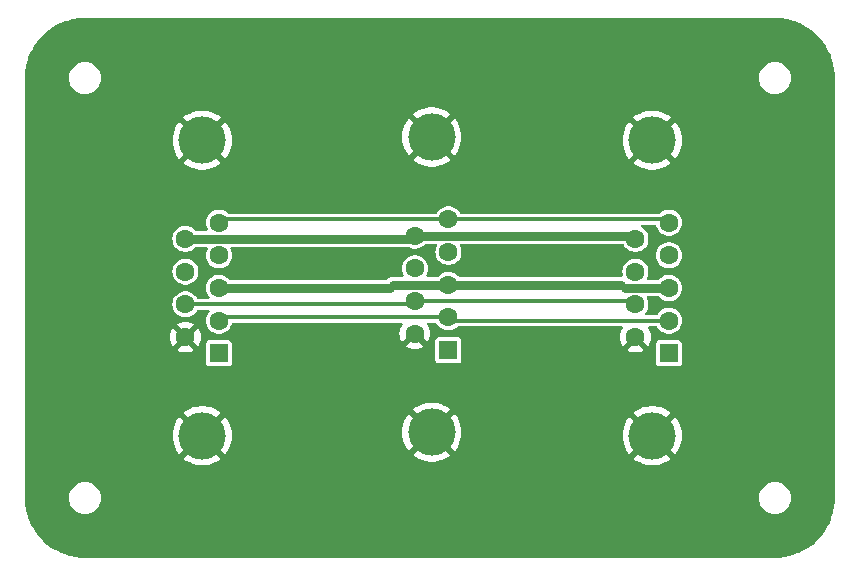
<source format=gtl>
G04 #@! TF.GenerationSoftware,KiCad,Pcbnew,7.0.10*
G04 #@! TF.CreationDate,2024-01-28T20:04:37-07:00*
G04 #@! TF.ProjectId,CANBUS Breakout Board,43414e42-5553-4204-9272-65616b6f7574,rev?*
G04 #@! TF.SameCoordinates,Original*
G04 #@! TF.FileFunction,Copper,L1,Top*
G04 #@! TF.FilePolarity,Positive*
%FSLAX46Y46*%
G04 Gerber Fmt 4.6, Leading zero omitted, Abs format (unit mm)*
G04 Created by KiCad (PCBNEW 7.0.10) date 2024-01-28 20:04:37*
%MOMM*%
%LPD*%
G01*
G04 APERTURE LIST*
G04 #@! TA.AperFunction,ComponentPad*
%ADD10C,4.000000*%
G04 #@! TD*
G04 #@! TA.AperFunction,ComponentPad*
%ADD11R,1.600000X1.600000*%
G04 #@! TD*
G04 #@! TA.AperFunction,ComponentPad*
%ADD12C,1.600000*%
G04 #@! TD*
G04 #@! TA.AperFunction,Conductor*
%ADD13C,0.250000*%
G04 #@! TD*
G04 #@! TA.AperFunction,Conductor*
%ADD14C,0.300000*%
G04 #@! TD*
G04 #@! TA.AperFunction,Conductor*
%ADD15C,0.500000*%
G04 #@! TD*
G04 #@! TA.AperFunction,Conductor*
%ADD16C,0.750000*%
G04 #@! TD*
G04 #@! TA.AperFunction,Conductor*
%ADD17C,0.200000*%
G04 #@! TD*
G04 APERTURE END LIST*
D10*
X134390331Y-66250000D03*
X134390331Y-91250000D03*
D11*
X135810331Y-84290000D03*
D12*
X135810331Y-81520000D03*
X135810331Y-78750000D03*
X135810331Y-75980000D03*
X135810331Y-73210000D03*
X132970331Y-82905000D03*
X132970331Y-80135000D03*
X132970331Y-77365000D03*
X132970331Y-74595000D03*
X152400000Y-74314669D03*
X152400000Y-77084669D03*
X152400000Y-79854669D03*
X152400000Y-82624669D03*
X155240000Y-72929669D03*
X155240000Y-75699669D03*
X155240000Y-78469669D03*
X155240000Y-81239669D03*
D11*
X155240000Y-84009669D03*
D10*
X153820000Y-90969669D03*
X153820000Y-65969669D03*
X172490331Y-66250000D03*
X172490331Y-91250000D03*
D11*
X173910331Y-84290000D03*
D12*
X173910331Y-81520000D03*
X173910331Y-78750000D03*
X173910331Y-75980000D03*
X173910331Y-73210000D03*
X171070331Y-82905000D03*
X171070331Y-80135000D03*
X171070331Y-77365000D03*
X171070331Y-74595000D03*
D13*
X135810331Y-81520000D02*
X136090662Y-81239669D01*
D14*
X155520331Y-81520000D02*
X173910331Y-81520000D01*
X136090662Y-81239669D02*
X155240000Y-81239669D01*
D13*
X155240000Y-81239669D02*
X155520331Y-81520000D01*
D15*
X169869669Y-78469669D02*
X170150000Y-78750000D01*
D16*
X150530331Y-78469669D02*
X155240000Y-78469669D01*
D15*
X150250000Y-78750000D02*
X150530331Y-78469669D01*
D17*
X154959669Y-78750000D02*
X155240000Y-78469669D01*
D16*
X170150000Y-78750000D02*
X173910331Y-78750000D01*
X155240000Y-78469669D02*
X169869669Y-78469669D01*
D17*
X173630000Y-78469669D02*
X173910331Y-78750000D01*
D16*
X135810331Y-78750000D02*
X150250000Y-78750000D01*
D14*
X136090662Y-72929669D02*
X155240000Y-72929669D01*
D13*
X135810331Y-73210000D02*
X136090662Y-72929669D01*
X173630000Y-72929669D02*
X173910331Y-73210000D01*
D14*
X155240000Y-72929669D02*
X173630000Y-72929669D01*
X152400000Y-79854669D02*
X170790000Y-79854669D01*
X132970331Y-80135000D02*
X152119669Y-80135000D01*
D16*
X132970331Y-74595000D02*
X152119669Y-74595000D01*
X152400000Y-74314669D02*
X170790000Y-74314669D01*
G04 #@! TA.AperFunction,Conductor*
G36*
X182882562Y-55880605D02*
G01*
X183097373Y-55889490D01*
X183300249Y-55898348D01*
X183310120Y-55899177D01*
X183525510Y-55926026D01*
X183525963Y-55926084D01*
X183728504Y-55952749D01*
X183737718Y-55954319D01*
X183949797Y-55998787D01*
X183950827Y-55999009D01*
X184150566Y-56043290D01*
X184159092Y-56045502D01*
X184296957Y-56086546D01*
X184366503Y-56107251D01*
X184368407Y-56107835D01*
X184419925Y-56124078D01*
X184563404Y-56169316D01*
X184571119Y-56172034D01*
X184772754Y-56250712D01*
X184775027Y-56251626D01*
X184963987Y-56329896D01*
X184970965Y-56333043D01*
X185165405Y-56428098D01*
X185168080Y-56429449D01*
X185258300Y-56476415D01*
X185349482Y-56523882D01*
X185355698Y-56527348D01*
X185541533Y-56638081D01*
X185544685Y-56640024D01*
X185717116Y-56749875D01*
X185722545Y-56753538D01*
X185898570Y-56879218D01*
X185902002Y-56881759D01*
X186064219Y-57006232D01*
X186068874Y-57009985D01*
X186233920Y-57149771D01*
X186237552Y-57152972D01*
X186388327Y-57291132D01*
X186392235Y-57294873D01*
X186545125Y-57447763D01*
X186548866Y-57451671D01*
X186687026Y-57602446D01*
X186690227Y-57606078D01*
X186830013Y-57771124D01*
X186833766Y-57775779D01*
X186958239Y-57937996D01*
X186960780Y-57941428D01*
X187086460Y-58117453D01*
X187090123Y-58122882D01*
X187199974Y-58295313D01*
X187201917Y-58298465D01*
X187312650Y-58484300D01*
X187316116Y-58490516D01*
X187410534Y-58671889D01*
X187411946Y-58674686D01*
X187506942Y-58869004D01*
X187510102Y-58876011D01*
X187588351Y-59064920D01*
X187589307Y-59067298D01*
X187667949Y-59268838D01*
X187670693Y-59276627D01*
X187732163Y-59471591D01*
X187732747Y-59473495D01*
X187794494Y-59680898D01*
X187796710Y-59689441D01*
X187840949Y-59888987D01*
X187841249Y-59890380D01*
X187885675Y-60102260D01*
X187887253Y-60111521D01*
X187913887Y-60313829D01*
X187913996Y-60314676D01*
X187940818Y-60529849D01*
X187941652Y-60539778D01*
X187950512Y-60742701D01*
X187950524Y-60742986D01*
X187959394Y-60957438D01*
X187959500Y-60962562D01*
X187959500Y-96517437D01*
X187959394Y-96522561D01*
X187950524Y-96737013D01*
X187950512Y-96737298D01*
X187941652Y-96940220D01*
X187940818Y-96950149D01*
X187913996Y-97165322D01*
X187913887Y-97166169D01*
X187887253Y-97368477D01*
X187885675Y-97377738D01*
X187841249Y-97589618D01*
X187840949Y-97591011D01*
X187796710Y-97790557D01*
X187794494Y-97799100D01*
X187732747Y-98006503D01*
X187732163Y-98008407D01*
X187670693Y-98203371D01*
X187667949Y-98211160D01*
X187589307Y-98412700D01*
X187588351Y-98415078D01*
X187510102Y-98603987D01*
X187506942Y-98610994D01*
X187411946Y-98805312D01*
X187410534Y-98808109D01*
X187316116Y-98989482D01*
X187312650Y-98995698D01*
X187201917Y-99181533D01*
X187199974Y-99184685D01*
X187090123Y-99357116D01*
X187086460Y-99362545D01*
X186960780Y-99538570D01*
X186958239Y-99542002D01*
X186833766Y-99704219D01*
X186830013Y-99708874D01*
X186690227Y-99873920D01*
X186687026Y-99877552D01*
X186548866Y-100028327D01*
X186545125Y-100032235D01*
X186392235Y-100185125D01*
X186388327Y-100188866D01*
X186237552Y-100327026D01*
X186233920Y-100330227D01*
X186068874Y-100470013D01*
X186064219Y-100473766D01*
X185902002Y-100598239D01*
X185898570Y-100600780D01*
X185722545Y-100726460D01*
X185717116Y-100730123D01*
X185544685Y-100839974D01*
X185541533Y-100841917D01*
X185355698Y-100952650D01*
X185349482Y-100956116D01*
X185168109Y-101050534D01*
X185165312Y-101051946D01*
X184970994Y-101146942D01*
X184963987Y-101150102D01*
X184775078Y-101228351D01*
X184772700Y-101229307D01*
X184571160Y-101307949D01*
X184563371Y-101310693D01*
X184368407Y-101372163D01*
X184366503Y-101372747D01*
X184159100Y-101434494D01*
X184150557Y-101436710D01*
X183951011Y-101480949D01*
X183949618Y-101481249D01*
X183737738Y-101525675D01*
X183728477Y-101527253D01*
X183526169Y-101553887D01*
X183525322Y-101553996D01*
X183310149Y-101580818D01*
X183300220Y-101581652D01*
X183097408Y-101590507D01*
X183097124Y-101590519D01*
X182882563Y-101599394D01*
X182877438Y-101599500D01*
X124462562Y-101599500D01*
X124457437Y-101599394D01*
X124242874Y-101590519D01*
X124242590Y-101590507D01*
X124039778Y-101581652D01*
X124029849Y-101580818D01*
X123814676Y-101553996D01*
X123813829Y-101553887D01*
X123611521Y-101527253D01*
X123602260Y-101525675D01*
X123390380Y-101481249D01*
X123388987Y-101480949D01*
X123189441Y-101436710D01*
X123180898Y-101434494D01*
X122973495Y-101372747D01*
X122971591Y-101372163D01*
X122776627Y-101310693D01*
X122768845Y-101307951D01*
X122638255Y-101256995D01*
X122567298Y-101229307D01*
X122564920Y-101228351D01*
X122376011Y-101150102D01*
X122369004Y-101146942D01*
X122174657Y-101051931D01*
X122171889Y-101050534D01*
X121990516Y-100956116D01*
X121984300Y-100952650D01*
X121798465Y-100841917D01*
X121795313Y-100839974D01*
X121622882Y-100730123D01*
X121617453Y-100726460D01*
X121441428Y-100600780D01*
X121437996Y-100598239D01*
X121275779Y-100473766D01*
X121271124Y-100470013D01*
X121106078Y-100330227D01*
X121102446Y-100327026D01*
X120951671Y-100188866D01*
X120947763Y-100185125D01*
X120794873Y-100032235D01*
X120791132Y-100028327D01*
X120652972Y-99877552D01*
X120649771Y-99873920D01*
X120509985Y-99708874D01*
X120506232Y-99704219D01*
X120381759Y-99542002D01*
X120379218Y-99538570D01*
X120253538Y-99362545D01*
X120249875Y-99357116D01*
X120140024Y-99184685D01*
X120138081Y-99181533D01*
X120027348Y-98995698D01*
X120023882Y-98989482D01*
X119929464Y-98808109D01*
X119928098Y-98805404D01*
X119833043Y-98610965D01*
X119829896Y-98603987D01*
X119751626Y-98415027D01*
X119750712Y-98412754D01*
X119672034Y-98211119D01*
X119669316Y-98203404D01*
X119607835Y-98008407D01*
X119607251Y-98006503D01*
X119562165Y-97855063D01*
X119545502Y-97799092D01*
X119543288Y-97790557D01*
X119499009Y-97590827D01*
X119498787Y-97589797D01*
X119454319Y-97377718D01*
X119452749Y-97368504D01*
X119426084Y-97165963D01*
X119426026Y-97165510D01*
X119399177Y-96950120D01*
X119398348Y-96940249D01*
X119389487Y-96737298D01*
X119380606Y-96522561D01*
X119380553Y-96520000D01*
X123104341Y-96520000D01*
X123124936Y-96755403D01*
X123124938Y-96755413D01*
X123186094Y-96983655D01*
X123186096Y-96983659D01*
X123186097Y-96983663D01*
X123236031Y-97090746D01*
X123285964Y-97197828D01*
X123285965Y-97197830D01*
X123421505Y-97391402D01*
X123588597Y-97558494D01*
X123782169Y-97694034D01*
X123782171Y-97694035D01*
X123996337Y-97793903D01*
X123996343Y-97793904D01*
X123996344Y-97793905D01*
X124051285Y-97808626D01*
X124224592Y-97855063D01*
X124401032Y-97870499D01*
X124401033Y-97870500D01*
X124401034Y-97870500D01*
X124518967Y-97870500D01*
X124518967Y-97870499D01*
X124695408Y-97855063D01*
X124923663Y-97793903D01*
X125137829Y-97694035D01*
X125331401Y-97558495D01*
X125498495Y-97391401D01*
X125634035Y-97197830D01*
X125733903Y-96983663D01*
X125795063Y-96755408D01*
X125815659Y-96520000D01*
X181524341Y-96520000D01*
X181544936Y-96755403D01*
X181544938Y-96755413D01*
X181606094Y-96983655D01*
X181606096Y-96983659D01*
X181606097Y-96983663D01*
X181656031Y-97090746D01*
X181705964Y-97197828D01*
X181705965Y-97197830D01*
X181841505Y-97391402D01*
X182008597Y-97558494D01*
X182202169Y-97694034D01*
X182202171Y-97694035D01*
X182416337Y-97793903D01*
X182416343Y-97793904D01*
X182416344Y-97793905D01*
X182471285Y-97808626D01*
X182644592Y-97855063D01*
X182821032Y-97870499D01*
X182821033Y-97870500D01*
X182821034Y-97870500D01*
X182938967Y-97870500D01*
X182938967Y-97870499D01*
X183115408Y-97855063D01*
X183343663Y-97793903D01*
X183557829Y-97694035D01*
X183751401Y-97558495D01*
X183918495Y-97391401D01*
X184054035Y-97197830D01*
X184153903Y-96983663D01*
X184215063Y-96755408D01*
X184235659Y-96520000D01*
X184215063Y-96284592D01*
X184153903Y-96056337D01*
X184054035Y-95842171D01*
X184054034Y-95842169D01*
X183918494Y-95648597D01*
X183751402Y-95481505D01*
X183557830Y-95345965D01*
X183557828Y-95345964D01*
X183450746Y-95296031D01*
X183343663Y-95246097D01*
X183343659Y-95246096D01*
X183343655Y-95246094D01*
X183115413Y-95184938D01*
X183115403Y-95184936D01*
X182938967Y-95169500D01*
X182938966Y-95169500D01*
X182821034Y-95169500D01*
X182821033Y-95169500D01*
X182644596Y-95184936D01*
X182644586Y-95184938D01*
X182416344Y-95246094D01*
X182416335Y-95246098D01*
X182202171Y-95345964D01*
X182202169Y-95345965D01*
X182008597Y-95481505D01*
X181841506Y-95648597D01*
X181841501Y-95648604D01*
X181705967Y-95842165D01*
X181705965Y-95842169D01*
X181606098Y-96056335D01*
X181606094Y-96056344D01*
X181544938Y-96284586D01*
X181544936Y-96284596D01*
X181524341Y-96519999D01*
X181524341Y-96520000D01*
X125815659Y-96520000D01*
X125795063Y-96284592D01*
X125733903Y-96056337D01*
X125634035Y-95842171D01*
X125634034Y-95842169D01*
X125498494Y-95648597D01*
X125331402Y-95481505D01*
X125137830Y-95345965D01*
X125137828Y-95345964D01*
X125030746Y-95296031D01*
X124923663Y-95246097D01*
X124923659Y-95246096D01*
X124923655Y-95246094D01*
X124695413Y-95184938D01*
X124695403Y-95184936D01*
X124518967Y-95169500D01*
X124518966Y-95169500D01*
X124401034Y-95169500D01*
X124401033Y-95169500D01*
X124224596Y-95184936D01*
X124224586Y-95184938D01*
X123996344Y-95246094D01*
X123996335Y-95246098D01*
X123782171Y-95345964D01*
X123782169Y-95345965D01*
X123588597Y-95481505D01*
X123421506Y-95648597D01*
X123421501Y-95648604D01*
X123285967Y-95842165D01*
X123285965Y-95842169D01*
X123186098Y-96056335D01*
X123186094Y-96056344D01*
X123124938Y-96284586D01*
X123124936Y-96284596D01*
X123104341Y-96519999D01*
X123104341Y-96520000D01*
X119380553Y-96520000D01*
X119380500Y-96517438D01*
X119380500Y-91250005D01*
X131885388Y-91250005D01*
X131905138Y-91563942D01*
X131905139Y-91563949D01*
X131964086Y-91872958D01*
X132061294Y-92172132D01*
X132061296Y-92172137D01*
X132195231Y-92456761D01*
X132195234Y-92456767D01*
X132363788Y-92722367D01*
X132363791Y-92722371D01*
X132454617Y-92832160D01*
X133092597Y-92194180D01*
X133255461Y-92384870D01*
X133446149Y-92547732D01*
X132805302Y-93188579D01*
X132805303Y-93188581D01*
X133048103Y-93364985D01*
X133048121Y-93364996D01*
X133323778Y-93516540D01*
X133323786Y-93516544D01*
X133616257Y-93632340D01*
X133920951Y-93710573D01*
X133920960Y-93710575D01*
X134233032Y-93749999D01*
X134233046Y-93750000D01*
X134547616Y-93750000D01*
X134547629Y-93749999D01*
X134859701Y-93710575D01*
X134859710Y-93710573D01*
X135164404Y-93632340D01*
X135456875Y-93516544D01*
X135456883Y-93516540D01*
X135732540Y-93364996D01*
X135732550Y-93364990D01*
X135975357Y-93188579D01*
X135975358Y-93188579D01*
X135334511Y-92547733D01*
X135525201Y-92384870D01*
X135688064Y-92194181D01*
X136326043Y-92832160D01*
X136416875Y-92722364D01*
X136585427Y-92456767D01*
X136585430Y-92456761D01*
X136719365Y-92172137D01*
X136719367Y-92172132D01*
X136816575Y-91872958D01*
X136875522Y-91563949D01*
X136875523Y-91563942D01*
X136895274Y-91250005D01*
X136895274Y-91249994D01*
X136877638Y-90969674D01*
X151315057Y-90969674D01*
X151334807Y-91283611D01*
X151334808Y-91283618D01*
X151393755Y-91592627D01*
X151490963Y-91891801D01*
X151490965Y-91891806D01*
X151624900Y-92176430D01*
X151624903Y-92176436D01*
X151793457Y-92442036D01*
X151793460Y-92442040D01*
X151884286Y-92551829D01*
X152522266Y-91913849D01*
X152685130Y-92104539D01*
X152875818Y-92267401D01*
X152234971Y-92908248D01*
X152234972Y-92908250D01*
X152477772Y-93084654D01*
X152477790Y-93084665D01*
X152753447Y-93236209D01*
X152753455Y-93236213D01*
X153045926Y-93352009D01*
X153350620Y-93430242D01*
X153350629Y-93430244D01*
X153662701Y-93469668D01*
X153662715Y-93469669D01*
X153977285Y-93469669D01*
X153977298Y-93469668D01*
X154289370Y-93430244D01*
X154289379Y-93430242D01*
X154594073Y-93352009D01*
X154886544Y-93236213D01*
X154886552Y-93236209D01*
X155162209Y-93084665D01*
X155162219Y-93084659D01*
X155405026Y-92908248D01*
X155405027Y-92908248D01*
X154764180Y-92267402D01*
X154954870Y-92104539D01*
X155117733Y-91913850D01*
X155755712Y-92551829D01*
X155846544Y-92442033D01*
X156015096Y-92176436D01*
X156015099Y-92176430D01*
X156149034Y-91891806D01*
X156149036Y-91891801D01*
X156246244Y-91592627D01*
X156305191Y-91283618D01*
X156305192Y-91283611D01*
X156307306Y-91250005D01*
X169985388Y-91250005D01*
X170005138Y-91563942D01*
X170005139Y-91563949D01*
X170064086Y-91872958D01*
X170161294Y-92172132D01*
X170161296Y-92172137D01*
X170295231Y-92456761D01*
X170295234Y-92456767D01*
X170463788Y-92722367D01*
X170463791Y-92722371D01*
X170554617Y-92832160D01*
X171192597Y-92194180D01*
X171355461Y-92384870D01*
X171546149Y-92547732D01*
X170905302Y-93188579D01*
X170905303Y-93188581D01*
X171148103Y-93364985D01*
X171148121Y-93364996D01*
X171423778Y-93516540D01*
X171423786Y-93516544D01*
X171716257Y-93632340D01*
X172020951Y-93710573D01*
X172020960Y-93710575D01*
X172333032Y-93749999D01*
X172333046Y-93750000D01*
X172647616Y-93750000D01*
X172647629Y-93749999D01*
X172959701Y-93710575D01*
X172959710Y-93710573D01*
X173264404Y-93632340D01*
X173556875Y-93516544D01*
X173556883Y-93516540D01*
X173832540Y-93364996D01*
X173832550Y-93364990D01*
X174075357Y-93188579D01*
X174075358Y-93188579D01*
X173434511Y-92547733D01*
X173625201Y-92384870D01*
X173788064Y-92194181D01*
X174426043Y-92832160D01*
X174516875Y-92722364D01*
X174685427Y-92456767D01*
X174685430Y-92456761D01*
X174819365Y-92172137D01*
X174819367Y-92172132D01*
X174916575Y-91872958D01*
X174975522Y-91563949D01*
X174975523Y-91563942D01*
X174995274Y-91250005D01*
X174995274Y-91249994D01*
X174975523Y-90936057D01*
X174975522Y-90936050D01*
X174916575Y-90627041D01*
X174819367Y-90327867D01*
X174819365Y-90327862D01*
X174685430Y-90043238D01*
X174685427Y-90043232D01*
X174516873Y-89777632D01*
X174516870Y-89777628D01*
X174426043Y-89667838D01*
X173788063Y-90305818D01*
X173625201Y-90115130D01*
X173434511Y-89952266D01*
X174075358Y-89311419D01*
X174075357Y-89311417D01*
X173832558Y-89135014D01*
X173832540Y-89135003D01*
X173556883Y-88983459D01*
X173556875Y-88983455D01*
X173264404Y-88867659D01*
X172959710Y-88789426D01*
X172959701Y-88789424D01*
X172647629Y-88750000D01*
X172333032Y-88750000D01*
X172020960Y-88789424D01*
X172020951Y-88789426D01*
X171716257Y-88867659D01*
X171423786Y-88983455D01*
X171423778Y-88983459D01*
X171148118Y-89135004D01*
X171148113Y-89135007D01*
X170905303Y-89311418D01*
X170905302Y-89311419D01*
X171546150Y-89952266D01*
X171355461Y-90115130D01*
X171192597Y-90305818D01*
X170554617Y-89667838D01*
X170554616Y-89667838D01*
X170463790Y-89777629D01*
X170463788Y-89777632D01*
X170295234Y-90043232D01*
X170295231Y-90043238D01*
X170161296Y-90327862D01*
X170161294Y-90327867D01*
X170064086Y-90627041D01*
X170005139Y-90936050D01*
X170005138Y-90936057D01*
X169985388Y-91249994D01*
X169985388Y-91250005D01*
X156307306Y-91250005D01*
X156324943Y-90969674D01*
X156324943Y-90969663D01*
X156305192Y-90655726D01*
X156305191Y-90655719D01*
X156246244Y-90346710D01*
X156149036Y-90047536D01*
X156149034Y-90047531D01*
X156015099Y-89762907D01*
X156015096Y-89762901D01*
X155846542Y-89497301D01*
X155846539Y-89497297D01*
X155755712Y-89387507D01*
X155117732Y-90025487D01*
X154954870Y-89834799D01*
X154764180Y-89671935D01*
X155405027Y-89031088D01*
X155405026Y-89031086D01*
X155162227Y-88854683D01*
X155162209Y-88854672D01*
X154886552Y-88703128D01*
X154886544Y-88703124D01*
X154594073Y-88587328D01*
X154289379Y-88509095D01*
X154289370Y-88509093D01*
X153977298Y-88469669D01*
X153662701Y-88469669D01*
X153350629Y-88509093D01*
X153350620Y-88509095D01*
X153045926Y-88587328D01*
X152753455Y-88703124D01*
X152753447Y-88703128D01*
X152477787Y-88854673D01*
X152477782Y-88854676D01*
X152234972Y-89031087D01*
X152234971Y-89031088D01*
X152875819Y-89671935D01*
X152685130Y-89834799D01*
X152522266Y-90025487D01*
X151884286Y-89387507D01*
X151884285Y-89387507D01*
X151793459Y-89497298D01*
X151793457Y-89497301D01*
X151624903Y-89762901D01*
X151624900Y-89762907D01*
X151490965Y-90047531D01*
X151490963Y-90047536D01*
X151393755Y-90346710D01*
X151334808Y-90655719D01*
X151334807Y-90655726D01*
X151315057Y-90969663D01*
X151315057Y-90969674D01*
X136877638Y-90969674D01*
X136875523Y-90936057D01*
X136875522Y-90936050D01*
X136816575Y-90627041D01*
X136719367Y-90327867D01*
X136719365Y-90327862D01*
X136585430Y-90043238D01*
X136585427Y-90043232D01*
X136416873Y-89777632D01*
X136416870Y-89777628D01*
X136326043Y-89667838D01*
X135688063Y-90305818D01*
X135525201Y-90115130D01*
X135334511Y-89952266D01*
X135975358Y-89311419D01*
X135975357Y-89311417D01*
X135732558Y-89135014D01*
X135732540Y-89135003D01*
X135456883Y-88983459D01*
X135456875Y-88983455D01*
X135164404Y-88867659D01*
X134859710Y-88789426D01*
X134859701Y-88789424D01*
X134547629Y-88750000D01*
X134233032Y-88750000D01*
X133920960Y-88789424D01*
X133920951Y-88789426D01*
X133616257Y-88867659D01*
X133323786Y-88983455D01*
X133323778Y-88983459D01*
X133048118Y-89135004D01*
X133048113Y-89135007D01*
X132805303Y-89311418D01*
X132805302Y-89311419D01*
X133446150Y-89952266D01*
X133255461Y-90115130D01*
X133092597Y-90305818D01*
X132454617Y-89667838D01*
X132454616Y-89667838D01*
X132363790Y-89777629D01*
X132363788Y-89777632D01*
X132195234Y-90043232D01*
X132195231Y-90043238D01*
X132061296Y-90327862D01*
X132061294Y-90327867D01*
X131964086Y-90627041D01*
X131905139Y-90936050D01*
X131905138Y-90936057D01*
X131885388Y-91249994D01*
X131885388Y-91250005D01*
X119380500Y-91250005D01*
X119380500Y-85134856D01*
X134709831Y-85134856D01*
X134709833Y-85134882D01*
X134712744Y-85159987D01*
X134712746Y-85159991D01*
X134758124Y-85262764D01*
X134758125Y-85262765D01*
X134837566Y-85342206D01*
X134940340Y-85387585D01*
X134965466Y-85390500D01*
X136655195Y-85390499D01*
X136655210Y-85390497D01*
X136655213Y-85390497D01*
X136680318Y-85387586D01*
X136680319Y-85387585D01*
X136680322Y-85387585D01*
X136783096Y-85342206D01*
X136862537Y-85262765D01*
X136907916Y-85159991D01*
X136910831Y-85134865D01*
X136910831Y-85134856D01*
X172809831Y-85134856D01*
X172809833Y-85134882D01*
X172812744Y-85159987D01*
X172812746Y-85159991D01*
X172858124Y-85262764D01*
X172858125Y-85262765D01*
X172937566Y-85342206D01*
X173040340Y-85387585D01*
X173065466Y-85390500D01*
X174755195Y-85390499D01*
X174755210Y-85390497D01*
X174755213Y-85390497D01*
X174780318Y-85387586D01*
X174780319Y-85387585D01*
X174780322Y-85387585D01*
X174883096Y-85342206D01*
X174962537Y-85262765D01*
X175007916Y-85159991D01*
X175010831Y-85134865D01*
X175010830Y-83445136D01*
X175010828Y-83445117D01*
X175007917Y-83420012D01*
X175007916Y-83420010D01*
X175007916Y-83420009D01*
X174962537Y-83317235D01*
X174883096Y-83237794D01*
X174883094Y-83237793D01*
X174780323Y-83192415D01*
X174755196Y-83189500D01*
X173065474Y-83189500D01*
X173065448Y-83189502D01*
X173040343Y-83192413D01*
X173040339Y-83192415D01*
X172937566Y-83237793D01*
X172858125Y-83317234D01*
X172812746Y-83420006D01*
X172812746Y-83420008D01*
X172809831Y-83445131D01*
X172809831Y-85134856D01*
X136910831Y-85134856D01*
X136910831Y-84854525D01*
X154139500Y-84854525D01*
X154139502Y-84854551D01*
X154142413Y-84879656D01*
X154142415Y-84879660D01*
X154187793Y-84982433D01*
X154187794Y-84982434D01*
X154267235Y-85061875D01*
X154370009Y-85107254D01*
X154395135Y-85110169D01*
X156084864Y-85110168D01*
X156084879Y-85110166D01*
X156084882Y-85110166D01*
X156109987Y-85107255D01*
X156109988Y-85107254D01*
X156109991Y-85107254D01*
X156212765Y-85061875D01*
X156292206Y-84982434D01*
X156337585Y-84879660D01*
X156340500Y-84854534D01*
X156340499Y-83164805D01*
X156340497Y-83164786D01*
X156337586Y-83139681D01*
X156337585Y-83139679D01*
X156337585Y-83139678D01*
X156292206Y-83036904D01*
X156212765Y-82957463D01*
X156212763Y-82957462D01*
X156109992Y-82912084D01*
X156084865Y-82909169D01*
X154395143Y-82909169D01*
X154395117Y-82909171D01*
X154370012Y-82912082D01*
X154370008Y-82912084D01*
X154267235Y-82957462D01*
X154187794Y-83036903D01*
X154142415Y-83139675D01*
X154142415Y-83139677D01*
X154139500Y-83164800D01*
X154139500Y-84854525D01*
X136910831Y-84854525D01*
X136910830Y-83445136D01*
X136910828Y-83445117D01*
X136907917Y-83420012D01*
X136907916Y-83420010D01*
X136907916Y-83420009D01*
X136862537Y-83317235D01*
X136783096Y-83237794D01*
X136783094Y-83237793D01*
X136680323Y-83192415D01*
X136655196Y-83189500D01*
X134965474Y-83189500D01*
X134965448Y-83189502D01*
X134940343Y-83192413D01*
X134940339Y-83192415D01*
X134837566Y-83237793D01*
X134758125Y-83317234D01*
X134712746Y-83420006D01*
X134712746Y-83420008D01*
X134709831Y-83445131D01*
X134709831Y-85134856D01*
X119380500Y-85134856D01*
X119380500Y-82905002D01*
X131665365Y-82905002D01*
X131685189Y-83131599D01*
X131685191Y-83131610D01*
X131744061Y-83351317D01*
X131744066Y-83351331D01*
X131840194Y-83557478D01*
X131891305Y-83630472D01*
X132487254Y-83034523D01*
X132510838Y-83114844D01*
X132588570Y-83235798D01*
X132697231Y-83329952D01*
X132828016Y-83389680D01*
X132837797Y-83391086D01*
X132244857Y-83984025D01*
X132317844Y-84035132D01*
X132317852Y-84035136D01*
X132523999Y-84131264D01*
X132524013Y-84131269D01*
X132743720Y-84190139D01*
X132743731Y-84190141D01*
X132970329Y-84209966D01*
X132970333Y-84209966D01*
X133196930Y-84190141D01*
X133196941Y-84190139D01*
X133416648Y-84131269D01*
X133416662Y-84131264D01*
X133622809Y-84035136D01*
X133695802Y-83984024D01*
X133102864Y-83391086D01*
X133112646Y-83389680D01*
X133243431Y-83329952D01*
X133352092Y-83235798D01*
X133429824Y-83114844D01*
X133453407Y-83034523D01*
X134049355Y-83630471D01*
X134100467Y-83557478D01*
X134196595Y-83351331D01*
X134196600Y-83351317D01*
X134255470Y-83131610D01*
X134255472Y-83131599D01*
X134275297Y-82905002D01*
X134275297Y-82904997D01*
X134255472Y-82678400D01*
X134255470Y-82678389D01*
X134196600Y-82458682D01*
X134196595Y-82458668D01*
X134100467Y-82252521D01*
X134100463Y-82252513D01*
X134049356Y-82179526D01*
X133453407Y-82775475D01*
X133429824Y-82695156D01*
X133352092Y-82574202D01*
X133243431Y-82480048D01*
X133112646Y-82420320D01*
X133102864Y-82418913D01*
X133695803Y-81825974D01*
X133622809Y-81774863D01*
X133416662Y-81678735D01*
X133416648Y-81678730D01*
X133196941Y-81619860D01*
X133196930Y-81619858D01*
X132970333Y-81600034D01*
X132970329Y-81600034D01*
X132743731Y-81619858D01*
X132743720Y-81619860D01*
X132524013Y-81678730D01*
X132524004Y-81678734D01*
X132317847Y-81774866D01*
X132317843Y-81774868D01*
X132244857Y-81825973D01*
X132244857Y-81825974D01*
X132837797Y-82418913D01*
X132828016Y-82420320D01*
X132697231Y-82480048D01*
X132588570Y-82574202D01*
X132510838Y-82695156D01*
X132487254Y-82775475D01*
X131891305Y-82179526D01*
X131891304Y-82179526D01*
X131840199Y-82252512D01*
X131840197Y-82252516D01*
X131744065Y-82458673D01*
X131744061Y-82458682D01*
X131685191Y-82678389D01*
X131685189Y-82678400D01*
X131665365Y-82904997D01*
X131665365Y-82905002D01*
X119380500Y-82905002D01*
X119380500Y-80135000D01*
X131865116Y-80135000D01*
X131883933Y-80338082D01*
X131939748Y-80534247D01*
X131939753Y-80534260D01*
X132030658Y-80716821D01*
X132153568Y-80879581D01*
X132304289Y-81016980D01*
X132304291Y-81016982D01*
X132364210Y-81054082D01*
X132477694Y-81124348D01*
X132667875Y-81198024D01*
X132868355Y-81235500D01*
X132868357Y-81235500D01*
X133072305Y-81235500D01*
X133072307Y-81235500D01*
X133272787Y-81198024D01*
X133462968Y-81124348D01*
X133636372Y-81016981D01*
X133787095Y-80879579D01*
X133910004Y-80716821D01*
X133941172Y-80654226D01*
X133988673Y-80602992D01*
X134052171Y-80585500D01*
X134887963Y-80585500D01*
X134955002Y-80605185D01*
X135000757Y-80657989D01*
X135010701Y-80727147D01*
X134986917Y-80784227D01*
X134870658Y-80938178D01*
X134779753Y-81120739D01*
X134779748Y-81120752D01*
X134723933Y-81316917D01*
X134705116Y-81519999D01*
X134705116Y-81520000D01*
X134723933Y-81723082D01*
X134779748Y-81919247D01*
X134779753Y-81919260D01*
X134870658Y-82101821D01*
X134993568Y-82264581D01*
X135144289Y-82401980D01*
X135144291Y-82401982D01*
X135235843Y-82458668D01*
X135317694Y-82509348D01*
X135507875Y-82583024D01*
X135708355Y-82620500D01*
X135708357Y-82620500D01*
X135912305Y-82620500D01*
X135912307Y-82620500D01*
X136112787Y-82583024D01*
X136302968Y-82509348D01*
X136476372Y-82401981D01*
X136627095Y-82264579D01*
X136750004Y-82101821D01*
X136840913Y-81919250D01*
X136880467Y-81780234D01*
X136917747Y-81721141D01*
X136981056Y-81691584D01*
X136999733Y-81690169D01*
X151229135Y-81690169D01*
X151296174Y-81709854D01*
X151341929Y-81762658D01*
X151351873Y-81831816D01*
X151330710Y-81885293D01*
X151269865Y-81972186D01*
X151173734Y-82178342D01*
X151173730Y-82178351D01*
X151114860Y-82398058D01*
X151114858Y-82398069D01*
X151095034Y-82624666D01*
X151095034Y-82624671D01*
X151114858Y-82851268D01*
X151114860Y-82851279D01*
X151173730Y-83070986D01*
X151173735Y-83071000D01*
X151269863Y-83277147D01*
X151320974Y-83350141D01*
X151916922Y-82754192D01*
X151940507Y-82834513D01*
X152018239Y-82955467D01*
X152126900Y-83049621D01*
X152257685Y-83109349D01*
X152267466Y-83110755D01*
X151674526Y-83703694D01*
X151747513Y-83754801D01*
X151747521Y-83754805D01*
X151953668Y-83850933D01*
X151953682Y-83850938D01*
X152173389Y-83909808D01*
X152173400Y-83909810D01*
X152399998Y-83929635D01*
X152400002Y-83929635D01*
X152626599Y-83909810D01*
X152626610Y-83909808D01*
X152846317Y-83850938D01*
X152846331Y-83850933D01*
X153052478Y-83754805D01*
X153125471Y-83703693D01*
X152532533Y-83110755D01*
X152542315Y-83109349D01*
X152673100Y-83049621D01*
X152781761Y-82955467D01*
X152859493Y-82834513D01*
X152883076Y-82754192D01*
X153479024Y-83350140D01*
X153530136Y-83277147D01*
X153626264Y-83071000D01*
X153626269Y-83070986D01*
X153685139Y-82851279D01*
X153685141Y-82851268D01*
X153704966Y-82624671D01*
X153704966Y-82624666D01*
X153685141Y-82398069D01*
X153685139Y-82398058D01*
X153626269Y-82178351D01*
X153626265Y-82178342D01*
X153530134Y-81972186D01*
X153469290Y-81885293D01*
X153446963Y-81819087D01*
X153463973Y-81751319D01*
X153514921Y-81703506D01*
X153570865Y-81690169D01*
X154158160Y-81690169D01*
X154225199Y-81709854D01*
X154269158Y-81758895D01*
X154300327Y-81821490D01*
X154308125Y-81831816D01*
X154423237Y-81984250D01*
X154573958Y-82121649D01*
X154573960Y-82121651D01*
X154665520Y-82178342D01*
X154747363Y-82229017D01*
X154937544Y-82302693D01*
X155138024Y-82340169D01*
X155138026Y-82340169D01*
X155341974Y-82340169D01*
X155341976Y-82340169D01*
X155542456Y-82302693D01*
X155732637Y-82229017D01*
X155906041Y-82121650D01*
X155996453Y-82039229D01*
X156036345Y-82002863D01*
X156099149Y-81972246D01*
X156119883Y-81970500D01*
X169899466Y-81970500D01*
X169966505Y-81990185D01*
X170012260Y-82042989D01*
X170022204Y-82112147D01*
X170001041Y-82165624D01*
X169940196Y-82252517D01*
X169844065Y-82458673D01*
X169844061Y-82458682D01*
X169785191Y-82678389D01*
X169785189Y-82678400D01*
X169765365Y-82904997D01*
X169765365Y-82905002D01*
X169785189Y-83131599D01*
X169785191Y-83131610D01*
X169844061Y-83351317D01*
X169844066Y-83351331D01*
X169940194Y-83557478D01*
X169991305Y-83630472D01*
X170587253Y-83034523D01*
X170610838Y-83114844D01*
X170688570Y-83235798D01*
X170797231Y-83329952D01*
X170928016Y-83389680D01*
X170937797Y-83391086D01*
X170344857Y-83984025D01*
X170417844Y-84035132D01*
X170417852Y-84035136D01*
X170623999Y-84131264D01*
X170624013Y-84131269D01*
X170843720Y-84190139D01*
X170843731Y-84190141D01*
X171070329Y-84209966D01*
X171070333Y-84209966D01*
X171296930Y-84190141D01*
X171296941Y-84190139D01*
X171516648Y-84131269D01*
X171516662Y-84131264D01*
X171722809Y-84035136D01*
X171795802Y-83984024D01*
X171202864Y-83391086D01*
X171212646Y-83389680D01*
X171343431Y-83329952D01*
X171452092Y-83235798D01*
X171529824Y-83114844D01*
X171553407Y-83034523D01*
X172149355Y-83630471D01*
X172200467Y-83557478D01*
X172296595Y-83351331D01*
X172296600Y-83351317D01*
X172355470Y-83131610D01*
X172355472Y-83131599D01*
X172375297Y-82905002D01*
X172375297Y-82904997D01*
X172355472Y-82678400D01*
X172355470Y-82678389D01*
X172296600Y-82458682D01*
X172296596Y-82458673D01*
X172200465Y-82252517D01*
X172139621Y-82165624D01*
X172117294Y-82099418D01*
X172134304Y-82031650D01*
X172185252Y-81983837D01*
X172241196Y-81970500D01*
X172828491Y-81970500D01*
X172895530Y-81990185D01*
X172939489Y-82039226D01*
X172970658Y-82101821D01*
X172985633Y-82121651D01*
X173093568Y-82264581D01*
X173244289Y-82401980D01*
X173244291Y-82401982D01*
X173335843Y-82458668D01*
X173417694Y-82509348D01*
X173607875Y-82583024D01*
X173808355Y-82620500D01*
X173808357Y-82620500D01*
X174012305Y-82620500D01*
X174012307Y-82620500D01*
X174212787Y-82583024D01*
X174402968Y-82509348D01*
X174576372Y-82401981D01*
X174727095Y-82264579D01*
X174850004Y-82101821D01*
X174940913Y-81919250D01*
X174996728Y-81723083D01*
X175015546Y-81520000D01*
X174996728Y-81316917D01*
X174940913Y-81120750D01*
X174907716Y-81054082D01*
X174881171Y-81000771D01*
X174850004Y-80938179D01*
X174727095Y-80775421D01*
X174727093Y-80775418D01*
X174576372Y-80638019D01*
X174576370Y-80638017D01*
X174402973Y-80530655D01*
X174402966Y-80530651D01*
X174307877Y-80493814D01*
X174212787Y-80456976D01*
X174012307Y-80419500D01*
X173808355Y-80419500D01*
X173607875Y-80456976D01*
X173607872Y-80456976D01*
X173607872Y-80456977D01*
X173417695Y-80530651D01*
X173417688Y-80530655D01*
X173244291Y-80638017D01*
X173244289Y-80638019D01*
X173093568Y-80775418D01*
X172970660Y-80938176D01*
X172970658Y-80938179D01*
X172939489Y-81000773D01*
X172891989Y-81052008D01*
X172828491Y-81069500D01*
X171992699Y-81069500D01*
X171925660Y-81049815D01*
X171879905Y-80997011D01*
X171869961Y-80927853D01*
X171893745Y-80870773D01*
X171916667Y-80840419D01*
X172010004Y-80716821D01*
X172100913Y-80534250D01*
X172156728Y-80338083D01*
X172175546Y-80135000D01*
X172156728Y-79931917D01*
X172100913Y-79735750D01*
X172067716Y-79669082D01*
X172035694Y-79604772D01*
X172023433Y-79535986D01*
X172050306Y-79471491D01*
X172107782Y-79431764D01*
X172146694Y-79425500D01*
X172979656Y-79425500D01*
X173046695Y-79445185D01*
X173078608Y-79474770D01*
X173086916Y-79485772D01*
X173093570Y-79494583D01*
X173244289Y-79631980D01*
X173244291Y-79631982D01*
X173297319Y-79664815D01*
X173417694Y-79739348D01*
X173607875Y-79813024D01*
X173808355Y-79850500D01*
X173808357Y-79850500D01*
X174012305Y-79850500D01*
X174012307Y-79850500D01*
X174212787Y-79813024D01*
X174402968Y-79739348D01*
X174576372Y-79631981D01*
X174727095Y-79494579D01*
X174850004Y-79331821D01*
X174940913Y-79149250D01*
X174996728Y-78953083D01*
X175015546Y-78750000D01*
X174996728Y-78546917D01*
X174940913Y-78350750D01*
X174850004Y-78168179D01*
X174779261Y-78074500D01*
X174727093Y-78005418D01*
X174576372Y-77868019D01*
X174576370Y-77868017D01*
X174402973Y-77760655D01*
X174402966Y-77760651D01*
X174262157Y-77706102D01*
X174212787Y-77686976D01*
X174012307Y-77649500D01*
X173808355Y-77649500D01*
X173607875Y-77686976D01*
X173607872Y-77686976D01*
X173607872Y-77686977D01*
X173417695Y-77760651D01*
X173417688Y-77760655D01*
X173244291Y-77868017D01*
X173244289Y-77868019D01*
X173093570Y-78005416D01*
X173084754Y-78017090D01*
X173078608Y-78025228D01*
X173022500Y-78066863D01*
X172979656Y-78074500D01*
X172146694Y-78074500D01*
X172079655Y-78054815D01*
X172033900Y-78002011D01*
X172023956Y-77932853D01*
X172035694Y-77895228D01*
X172100908Y-77764260D01*
X172100907Y-77764260D01*
X172100913Y-77764250D01*
X172156728Y-77568083D01*
X172175546Y-77365000D01*
X172156728Y-77161917D01*
X172100913Y-76965750D01*
X172010004Y-76783179D01*
X171887095Y-76620421D01*
X171887093Y-76620418D01*
X171736372Y-76483019D01*
X171736370Y-76483017D01*
X171562973Y-76375655D01*
X171562966Y-76375651D01*
X171467877Y-76338814D01*
X171372787Y-76301976D01*
X171172307Y-76264500D01*
X170968355Y-76264500D01*
X170767875Y-76301976D01*
X170767872Y-76301976D01*
X170767872Y-76301977D01*
X170577695Y-76375651D01*
X170577688Y-76375655D01*
X170404291Y-76483017D01*
X170404289Y-76483019D01*
X170253568Y-76620418D01*
X170130658Y-76783178D01*
X170039753Y-76965739D01*
X170039748Y-76965752D01*
X169983933Y-77161917D01*
X169965116Y-77364999D01*
X169965116Y-77365000D01*
X169983933Y-77568082D01*
X170003325Y-77636234D01*
X170002739Y-77706102D01*
X169964472Y-77764561D01*
X169900675Y-77793051D01*
X169884059Y-77794169D01*
X156170675Y-77794169D01*
X156103636Y-77774484D01*
X156071722Y-77744898D01*
X156056764Y-77725090D01*
X156056763Y-77725089D01*
X156056760Y-77725085D01*
X155906041Y-77587688D01*
X155906039Y-77587686D01*
X155732642Y-77480324D01*
X155732635Y-77480320D01*
X155637546Y-77443483D01*
X155542456Y-77406645D01*
X155341976Y-77369169D01*
X155138024Y-77369169D01*
X154937544Y-77406645D01*
X154937541Y-77406645D01*
X154937541Y-77406646D01*
X154747364Y-77480320D01*
X154747357Y-77480324D01*
X154573960Y-77587686D01*
X154573958Y-77587688D01*
X154423239Y-77725085D01*
X154414423Y-77736759D01*
X154408277Y-77744897D01*
X154352169Y-77786532D01*
X154309325Y-77794169D01*
X153476363Y-77794169D01*
X153409324Y-77774484D01*
X153363569Y-77721680D01*
X153353625Y-77652522D01*
X153365363Y-77614897D01*
X153388674Y-77568083D01*
X153430582Y-77483919D01*
X153486397Y-77287752D01*
X153505215Y-77084669D01*
X153486397Y-76881586D01*
X153430582Y-76685419D01*
X153339673Y-76502848D01*
X153246334Y-76379247D01*
X153216762Y-76340087D01*
X153066041Y-76202688D01*
X153066039Y-76202686D01*
X152892642Y-76095324D01*
X152892635Y-76095320D01*
X152797546Y-76058483D01*
X152702456Y-76021645D01*
X152501976Y-75984169D01*
X152298024Y-75984169D01*
X152097544Y-76021645D01*
X152097541Y-76021645D01*
X152097541Y-76021646D01*
X151907364Y-76095320D01*
X151907357Y-76095324D01*
X151733960Y-76202686D01*
X151733958Y-76202688D01*
X151583237Y-76340087D01*
X151460327Y-76502847D01*
X151369422Y-76685408D01*
X151369417Y-76685421D01*
X151313602Y-76881586D01*
X151294785Y-77084668D01*
X151294785Y-77084669D01*
X151313602Y-77287751D01*
X151369417Y-77483916D01*
X151369422Y-77483929D01*
X151434637Y-77614897D01*
X151446898Y-77683683D01*
X151420025Y-77748178D01*
X151362549Y-77787905D01*
X151323637Y-77794169D01*
X150489471Y-77794169D01*
X150367487Y-77808980D01*
X150367485Y-77808981D01*
X150214102Y-77867152D01*
X150079104Y-77960335D01*
X150079102Y-77960336D01*
X150051893Y-77991049D01*
X150014968Y-78032728D01*
X149955781Y-78069854D01*
X149922155Y-78074500D01*
X136741006Y-78074500D01*
X136673967Y-78054815D01*
X136642053Y-78025229D01*
X136627095Y-78005421D01*
X136627094Y-78005420D01*
X136627091Y-78005416D01*
X136476372Y-77868019D01*
X136476370Y-77868017D01*
X136302973Y-77760655D01*
X136302966Y-77760651D01*
X136162157Y-77706102D01*
X136112787Y-77686976D01*
X135912307Y-77649500D01*
X135708355Y-77649500D01*
X135507875Y-77686976D01*
X135507872Y-77686976D01*
X135507872Y-77686977D01*
X135317695Y-77760651D01*
X135317688Y-77760655D01*
X135144291Y-77868017D01*
X135144289Y-77868019D01*
X134993568Y-78005418D01*
X134870658Y-78168178D01*
X134779753Y-78350739D01*
X134779748Y-78350752D01*
X134723933Y-78546917D01*
X134705116Y-78749999D01*
X134705116Y-78750000D01*
X134723933Y-78953082D01*
X134779748Y-79149247D01*
X134779753Y-79149260D01*
X134870658Y-79331821D01*
X134986917Y-79485773D01*
X135011609Y-79551135D01*
X134997044Y-79619469D01*
X134947846Y-79669082D01*
X134887963Y-79684500D01*
X134052171Y-79684500D01*
X133985132Y-79664815D01*
X133941172Y-79615773D01*
X133910004Y-79553179D01*
X133787095Y-79390421D01*
X133787093Y-79390418D01*
X133636372Y-79253019D01*
X133636370Y-79253017D01*
X133462973Y-79145655D01*
X133462966Y-79145651D01*
X133367877Y-79108814D01*
X133272787Y-79071976D01*
X133072307Y-79034500D01*
X132868355Y-79034500D01*
X132667875Y-79071976D01*
X132667872Y-79071976D01*
X132667872Y-79071977D01*
X132477695Y-79145651D01*
X132477688Y-79145655D01*
X132304291Y-79253017D01*
X132304289Y-79253019D01*
X132153568Y-79390418D01*
X132030658Y-79553178D01*
X131939753Y-79735739D01*
X131939748Y-79735752D01*
X131883933Y-79931917D01*
X131865116Y-80134999D01*
X131865116Y-80135000D01*
X119380500Y-80135000D01*
X119380500Y-77365000D01*
X131865116Y-77365000D01*
X131883933Y-77568082D01*
X131939748Y-77764247D01*
X131939753Y-77764260D01*
X132030658Y-77946821D01*
X132153568Y-78109581D01*
X132304289Y-78246980D01*
X132304291Y-78246982D01*
X132403472Y-78308392D01*
X132477694Y-78354348D01*
X132667875Y-78428024D01*
X132868355Y-78465500D01*
X132868357Y-78465500D01*
X133072305Y-78465500D01*
X133072307Y-78465500D01*
X133272787Y-78428024D01*
X133462968Y-78354348D01*
X133636372Y-78246981D01*
X133787095Y-78109579D01*
X133910004Y-77946821D01*
X134000913Y-77764250D01*
X134056728Y-77568083D01*
X134075546Y-77365000D01*
X134056728Y-77161917D01*
X134000913Y-76965750D01*
X133910004Y-76783179D01*
X133787095Y-76620421D01*
X133787093Y-76620418D01*
X133636372Y-76483019D01*
X133636370Y-76483017D01*
X133462973Y-76375655D01*
X133462966Y-76375651D01*
X133367877Y-76338814D01*
X133272787Y-76301976D01*
X133072307Y-76264500D01*
X132868355Y-76264500D01*
X132667875Y-76301976D01*
X132667872Y-76301976D01*
X132667872Y-76301977D01*
X132477695Y-76375651D01*
X132477688Y-76375655D01*
X132304291Y-76483017D01*
X132304289Y-76483019D01*
X132153568Y-76620418D01*
X132030658Y-76783178D01*
X131939753Y-76965739D01*
X131939748Y-76965752D01*
X131883933Y-77161917D01*
X131865116Y-77364999D01*
X131865116Y-77365000D01*
X119380500Y-77365000D01*
X119380500Y-74595000D01*
X131865116Y-74595000D01*
X131883933Y-74798082D01*
X131939748Y-74994247D01*
X131939753Y-74994260D01*
X132030658Y-75176821D01*
X132153568Y-75339581D01*
X132304289Y-75476980D01*
X132304291Y-75476982D01*
X132335953Y-75496586D01*
X132477694Y-75584348D01*
X132667875Y-75658024D01*
X132868355Y-75695500D01*
X132868357Y-75695500D01*
X133072305Y-75695500D01*
X133072307Y-75695500D01*
X133272787Y-75658024D01*
X133462968Y-75584348D01*
X133636372Y-75476981D01*
X133747725Y-75375469D01*
X133787091Y-75339583D01*
X133787091Y-75339581D01*
X133787095Y-75339579D01*
X133802053Y-75319771D01*
X133858162Y-75278137D01*
X133901006Y-75270500D01*
X134733968Y-75270500D01*
X134801007Y-75290185D01*
X134846762Y-75342989D01*
X134856706Y-75412147D01*
X134844968Y-75449772D01*
X134779753Y-75580739D01*
X134779748Y-75580752D01*
X134723933Y-75776917D01*
X134705116Y-75979999D01*
X134705116Y-75980000D01*
X134723933Y-76183082D01*
X134779748Y-76379247D01*
X134779753Y-76379260D01*
X134870658Y-76561821D01*
X134993568Y-76724581D01*
X135144289Y-76861980D01*
X135144291Y-76861982D01*
X135175953Y-76881586D01*
X135317694Y-76969348D01*
X135507875Y-77043024D01*
X135708355Y-77080500D01*
X135708357Y-77080500D01*
X135912305Y-77080500D01*
X135912307Y-77080500D01*
X136112787Y-77043024D01*
X136302968Y-76969348D01*
X136476372Y-76861981D01*
X136627095Y-76724579D01*
X136750004Y-76561821D01*
X136840913Y-76379250D01*
X136896728Y-76183083D01*
X136915546Y-75980000D01*
X136896728Y-75776917D01*
X136840913Y-75580750D01*
X136789242Y-75476981D01*
X136775694Y-75449772D01*
X136763433Y-75380986D01*
X136790306Y-75316491D01*
X136847782Y-75276764D01*
X136886694Y-75270500D01*
X151817950Y-75270500D01*
X151883227Y-75289073D01*
X151885023Y-75290185D01*
X151907363Y-75304017D01*
X152097544Y-75377693D01*
X152298024Y-75415169D01*
X152298026Y-75415169D01*
X152501974Y-75415169D01*
X152501976Y-75415169D01*
X152702456Y-75377693D01*
X152892637Y-75304017D01*
X153066041Y-75196650D01*
X153177394Y-75095138D01*
X153216760Y-75059252D01*
X153216760Y-75059250D01*
X153216764Y-75059248D01*
X153231722Y-75039440D01*
X153287831Y-74997806D01*
X153330675Y-74990169D01*
X154163637Y-74990169D01*
X154230676Y-75009854D01*
X154276431Y-75062658D01*
X154286375Y-75131816D01*
X154274637Y-75169441D01*
X154209422Y-75300408D01*
X154209417Y-75300421D01*
X154153602Y-75496586D01*
X154134785Y-75699668D01*
X154134785Y-75699669D01*
X154153602Y-75902751D01*
X154209417Y-76098916D01*
X154209422Y-76098929D01*
X154300327Y-76281490D01*
X154423237Y-76444250D01*
X154573958Y-76581649D01*
X154573960Y-76581651D01*
X154636576Y-76620421D01*
X154747363Y-76689017D01*
X154937544Y-76762693D01*
X155138024Y-76800169D01*
X155138026Y-76800169D01*
X155341974Y-76800169D01*
X155341976Y-76800169D01*
X155542456Y-76762693D01*
X155732637Y-76689017D01*
X155906041Y-76581650D01*
X156056764Y-76444248D01*
X156179673Y-76281490D01*
X156270582Y-76098919D01*
X156304418Y-75980000D01*
X172805116Y-75980000D01*
X172823933Y-76183082D01*
X172879748Y-76379247D01*
X172879753Y-76379260D01*
X172970658Y-76561821D01*
X173093568Y-76724581D01*
X173244289Y-76861980D01*
X173244291Y-76861982D01*
X173275953Y-76881586D01*
X173417694Y-76969348D01*
X173607875Y-77043024D01*
X173808355Y-77080500D01*
X173808357Y-77080500D01*
X174012305Y-77080500D01*
X174012307Y-77080500D01*
X174212787Y-77043024D01*
X174402968Y-76969348D01*
X174576372Y-76861981D01*
X174727095Y-76724579D01*
X174850004Y-76561821D01*
X174940913Y-76379250D01*
X174996728Y-76183083D01*
X175015546Y-75980000D01*
X174996728Y-75776917D01*
X174940913Y-75580750D01*
X174850004Y-75398179D01*
X174758316Y-75276764D01*
X174727093Y-75235418D01*
X174576372Y-75098019D01*
X174576370Y-75098017D01*
X174402973Y-74990655D01*
X174402966Y-74990651D01*
X174307877Y-74953814D01*
X174212787Y-74916976D01*
X174012307Y-74879500D01*
X173808355Y-74879500D01*
X173607875Y-74916976D01*
X173607872Y-74916976D01*
X173607872Y-74916977D01*
X173417695Y-74990651D01*
X173417688Y-74990655D01*
X173244291Y-75098017D01*
X173244289Y-75098019D01*
X173093568Y-75235418D01*
X172970658Y-75398178D01*
X172879753Y-75580739D01*
X172879748Y-75580752D01*
X172823933Y-75776917D01*
X172805116Y-75979999D01*
X172805116Y-75980000D01*
X156304418Y-75980000D01*
X156326397Y-75902752D01*
X156345215Y-75699669D01*
X156326397Y-75496586D01*
X156270582Y-75300419D01*
X156265486Y-75290185D01*
X156205363Y-75169441D01*
X156193102Y-75100655D01*
X156219975Y-75036160D01*
X156277451Y-74996433D01*
X156316363Y-74990169D01*
X169960939Y-74990169D01*
X170027978Y-75009854D01*
X170071939Y-75058898D01*
X170130656Y-75176819D01*
X170253568Y-75339581D01*
X170404289Y-75476980D01*
X170404291Y-75476982D01*
X170435953Y-75496586D01*
X170577694Y-75584348D01*
X170767875Y-75658024D01*
X170968355Y-75695500D01*
X170968357Y-75695500D01*
X171172305Y-75695500D01*
X171172307Y-75695500D01*
X171372787Y-75658024D01*
X171562968Y-75584348D01*
X171736372Y-75476981D01*
X171864453Y-75360219D01*
X171887093Y-75339581D01*
X171887095Y-75339579D01*
X172010004Y-75176821D01*
X172100913Y-74994250D01*
X172156728Y-74798083D01*
X172175546Y-74595000D01*
X172156728Y-74391917D01*
X172100913Y-74195750D01*
X172010004Y-74013179D01*
X171934531Y-73913236D01*
X171887093Y-73850418D01*
X171736372Y-73713019D01*
X171736370Y-73713017D01*
X171569338Y-73609596D01*
X171522702Y-73557568D01*
X171511598Y-73488587D01*
X171539551Y-73424552D01*
X171597686Y-73385796D01*
X171634615Y-73380169D01*
X172720929Y-73380169D01*
X172787968Y-73399854D01*
X172833723Y-73452658D01*
X172840195Y-73470234D01*
X172879748Y-73609247D01*
X172879753Y-73609260D01*
X172970658Y-73791821D01*
X173093568Y-73954581D01*
X173244289Y-74091980D01*
X173244291Y-74091982D01*
X173343472Y-74153392D01*
X173417694Y-74199348D01*
X173607875Y-74273024D01*
X173808355Y-74310500D01*
X173808357Y-74310500D01*
X174012305Y-74310500D01*
X174012307Y-74310500D01*
X174212787Y-74273024D01*
X174402968Y-74199348D01*
X174576372Y-74091981D01*
X174727095Y-73954579D01*
X174850004Y-73791821D01*
X174940913Y-73609250D01*
X174996728Y-73413083D01*
X175015546Y-73210000D01*
X174996728Y-73006917D01*
X174940913Y-72810750D01*
X174850004Y-72628179D01*
X174737477Y-72479169D01*
X174727093Y-72465418D01*
X174576372Y-72328019D01*
X174576370Y-72328017D01*
X174402973Y-72220655D01*
X174402966Y-72220651D01*
X174307877Y-72183814D01*
X174212787Y-72146976D01*
X174012307Y-72109500D01*
X173808355Y-72109500D01*
X173607875Y-72146976D01*
X173607872Y-72146976D01*
X173607872Y-72146977D01*
X173417695Y-72220651D01*
X173417688Y-72220655D01*
X173244291Y-72328017D01*
X173244289Y-72328019D01*
X173113986Y-72446806D01*
X173051182Y-72477423D01*
X173030448Y-72479169D01*
X156321840Y-72479169D01*
X156254801Y-72459484D01*
X156210841Y-72410442D01*
X156179673Y-72347848D01*
X156056764Y-72185090D01*
X156056762Y-72185087D01*
X155906041Y-72047688D01*
X155906039Y-72047686D01*
X155732642Y-71940324D01*
X155732635Y-71940320D01*
X155637546Y-71903483D01*
X155542456Y-71866645D01*
X155341976Y-71829169D01*
X155138024Y-71829169D01*
X154937544Y-71866645D01*
X154937541Y-71866645D01*
X154937541Y-71866646D01*
X154747364Y-71940320D01*
X154747357Y-71940324D01*
X154573960Y-72047686D01*
X154573958Y-72047688D01*
X154423237Y-72185087D01*
X154315301Y-72328019D01*
X154300327Y-72347848D01*
X154269158Y-72410442D01*
X154221658Y-72461677D01*
X154158160Y-72479169D01*
X136690214Y-72479169D01*
X136623175Y-72459484D01*
X136606676Y-72446806D01*
X136476372Y-72328019D01*
X136476370Y-72328017D01*
X136302973Y-72220655D01*
X136302966Y-72220651D01*
X136207877Y-72183814D01*
X136112787Y-72146976D01*
X135912307Y-72109500D01*
X135708355Y-72109500D01*
X135507875Y-72146976D01*
X135507872Y-72146976D01*
X135507872Y-72146977D01*
X135317695Y-72220651D01*
X135317688Y-72220655D01*
X135144291Y-72328017D01*
X135144289Y-72328019D01*
X134993568Y-72465418D01*
X134870658Y-72628178D01*
X134779753Y-72810739D01*
X134779748Y-72810752D01*
X134723933Y-73006917D01*
X134705116Y-73209999D01*
X134705116Y-73210000D01*
X134723933Y-73413082D01*
X134779748Y-73609247D01*
X134779753Y-73609260D01*
X134844968Y-73740228D01*
X134857229Y-73809014D01*
X134830356Y-73873509D01*
X134772880Y-73913236D01*
X134733968Y-73919500D01*
X133901006Y-73919500D01*
X133833967Y-73899815D01*
X133802053Y-73870229D01*
X133787095Y-73850421D01*
X133787094Y-73850420D01*
X133787091Y-73850416D01*
X133636372Y-73713019D01*
X133636370Y-73713017D01*
X133462973Y-73605655D01*
X133462966Y-73605651D01*
X133338848Y-73557568D01*
X133272787Y-73531976D01*
X133072307Y-73494500D01*
X132868355Y-73494500D01*
X132667875Y-73531976D01*
X132667872Y-73531976D01*
X132667872Y-73531977D01*
X132477695Y-73605651D01*
X132477688Y-73605655D01*
X132304291Y-73713017D01*
X132304289Y-73713019D01*
X132153568Y-73850418D01*
X132030658Y-74013178D01*
X131939753Y-74195739D01*
X131939748Y-74195752D01*
X131883933Y-74391917D01*
X131865116Y-74594999D01*
X131865116Y-74595000D01*
X119380500Y-74595000D01*
X119380500Y-66250005D01*
X131885388Y-66250005D01*
X131905138Y-66563942D01*
X131905139Y-66563949D01*
X131964086Y-66872958D01*
X132061294Y-67172132D01*
X132061296Y-67172137D01*
X132195231Y-67456761D01*
X132195234Y-67456767D01*
X132363788Y-67722367D01*
X132363791Y-67722371D01*
X132454617Y-67832160D01*
X133092597Y-67194180D01*
X133255461Y-67384870D01*
X133446149Y-67547732D01*
X132805302Y-68188579D01*
X132805303Y-68188581D01*
X133048103Y-68364985D01*
X133048121Y-68364996D01*
X133323778Y-68516540D01*
X133323786Y-68516544D01*
X133616257Y-68632340D01*
X133920951Y-68710573D01*
X133920960Y-68710575D01*
X134233032Y-68749999D01*
X134233046Y-68750000D01*
X134547616Y-68750000D01*
X134547629Y-68749999D01*
X134859701Y-68710575D01*
X134859710Y-68710573D01*
X135164404Y-68632340D01*
X135456875Y-68516544D01*
X135456883Y-68516540D01*
X135732540Y-68364996D01*
X135732550Y-68364990D01*
X135975357Y-68188579D01*
X135975358Y-68188579D01*
X135334511Y-67547733D01*
X135525201Y-67384870D01*
X135688064Y-67194181D01*
X136326043Y-67832160D01*
X136416875Y-67722364D01*
X136585427Y-67456767D01*
X136585430Y-67456761D01*
X136719365Y-67172137D01*
X136719367Y-67172132D01*
X136816575Y-66872958D01*
X136875522Y-66563949D01*
X136875523Y-66563942D01*
X136895274Y-66250005D01*
X136895274Y-66249994D01*
X136877638Y-65969674D01*
X151315057Y-65969674D01*
X151334807Y-66283611D01*
X151334808Y-66283618D01*
X151393755Y-66592627D01*
X151490963Y-66891801D01*
X151490965Y-66891806D01*
X151624900Y-67176430D01*
X151624903Y-67176436D01*
X151793457Y-67442036D01*
X151793460Y-67442040D01*
X151884286Y-67551829D01*
X152522266Y-66913849D01*
X152685130Y-67104539D01*
X152875818Y-67267401D01*
X152234971Y-67908248D01*
X152234972Y-67908250D01*
X152477772Y-68084654D01*
X152477790Y-68084665D01*
X152753447Y-68236209D01*
X152753455Y-68236213D01*
X153045926Y-68352009D01*
X153350620Y-68430242D01*
X153350629Y-68430244D01*
X153662701Y-68469668D01*
X153662715Y-68469669D01*
X153977285Y-68469669D01*
X153977298Y-68469668D01*
X154289370Y-68430244D01*
X154289379Y-68430242D01*
X154594073Y-68352009D01*
X154886544Y-68236213D01*
X154886552Y-68236209D01*
X155162209Y-68084665D01*
X155162219Y-68084659D01*
X155405026Y-67908248D01*
X155405027Y-67908248D01*
X154764180Y-67267402D01*
X154954870Y-67104539D01*
X155117733Y-66913850D01*
X155755712Y-67551829D01*
X155846544Y-67442033D01*
X156015096Y-67176436D01*
X156015099Y-67176430D01*
X156149034Y-66891806D01*
X156149036Y-66891801D01*
X156246244Y-66592627D01*
X156305191Y-66283618D01*
X156305192Y-66283611D01*
X156307306Y-66250005D01*
X169985388Y-66250005D01*
X170005138Y-66563942D01*
X170005139Y-66563949D01*
X170064086Y-66872958D01*
X170161294Y-67172132D01*
X170161296Y-67172137D01*
X170295231Y-67456761D01*
X170295234Y-67456767D01*
X170463788Y-67722367D01*
X170463791Y-67722371D01*
X170554617Y-67832160D01*
X171192597Y-67194180D01*
X171355461Y-67384870D01*
X171546149Y-67547732D01*
X170905302Y-68188579D01*
X170905303Y-68188581D01*
X171148103Y-68364985D01*
X171148121Y-68364996D01*
X171423778Y-68516540D01*
X171423786Y-68516544D01*
X171716257Y-68632340D01*
X172020951Y-68710573D01*
X172020960Y-68710575D01*
X172333032Y-68749999D01*
X172333046Y-68750000D01*
X172647616Y-68750000D01*
X172647629Y-68749999D01*
X172959701Y-68710575D01*
X172959710Y-68710573D01*
X173264404Y-68632340D01*
X173556875Y-68516544D01*
X173556883Y-68516540D01*
X173832540Y-68364996D01*
X173832550Y-68364990D01*
X174075357Y-68188579D01*
X174075358Y-68188579D01*
X173434511Y-67547733D01*
X173625201Y-67384870D01*
X173788064Y-67194181D01*
X174426043Y-67832160D01*
X174516875Y-67722364D01*
X174685427Y-67456767D01*
X174685430Y-67456761D01*
X174819365Y-67172137D01*
X174819367Y-67172132D01*
X174916575Y-66872958D01*
X174975522Y-66563949D01*
X174975523Y-66563942D01*
X174995274Y-66250005D01*
X174995274Y-66249994D01*
X174975523Y-65936057D01*
X174975522Y-65936050D01*
X174916575Y-65627041D01*
X174819367Y-65327867D01*
X174819365Y-65327862D01*
X174685430Y-65043238D01*
X174685427Y-65043232D01*
X174516873Y-64777632D01*
X174516870Y-64777628D01*
X174426043Y-64667838D01*
X173788063Y-65305818D01*
X173625201Y-65115130D01*
X173434511Y-64952266D01*
X174075358Y-64311419D01*
X174075357Y-64311417D01*
X173832558Y-64135014D01*
X173832540Y-64135003D01*
X173556883Y-63983459D01*
X173556875Y-63983455D01*
X173264404Y-63867659D01*
X172959710Y-63789426D01*
X172959701Y-63789424D01*
X172647629Y-63750000D01*
X172333032Y-63750000D01*
X172020960Y-63789424D01*
X172020951Y-63789426D01*
X171716257Y-63867659D01*
X171423786Y-63983455D01*
X171423778Y-63983459D01*
X171148118Y-64135004D01*
X171148113Y-64135007D01*
X170905303Y-64311418D01*
X170905302Y-64311419D01*
X171546150Y-64952266D01*
X171355461Y-65115130D01*
X171192597Y-65305818D01*
X170554617Y-64667838D01*
X170554616Y-64667838D01*
X170463790Y-64777629D01*
X170463788Y-64777632D01*
X170295234Y-65043232D01*
X170295231Y-65043238D01*
X170161296Y-65327862D01*
X170161294Y-65327867D01*
X170064086Y-65627041D01*
X170005139Y-65936050D01*
X170005138Y-65936057D01*
X169985388Y-66249994D01*
X169985388Y-66250005D01*
X156307306Y-66250005D01*
X156324943Y-65969674D01*
X156324943Y-65969663D01*
X156305192Y-65655726D01*
X156305191Y-65655719D01*
X156246244Y-65346710D01*
X156149036Y-65047536D01*
X156149034Y-65047531D01*
X156015099Y-64762907D01*
X156015096Y-64762901D01*
X155846542Y-64497301D01*
X155846539Y-64497297D01*
X155755712Y-64387507D01*
X155117732Y-65025487D01*
X154954870Y-64834799D01*
X154764180Y-64671935D01*
X155405027Y-64031088D01*
X155405026Y-64031086D01*
X155162227Y-63854683D01*
X155162209Y-63854672D01*
X154886552Y-63703128D01*
X154886544Y-63703124D01*
X154594073Y-63587328D01*
X154289379Y-63509095D01*
X154289370Y-63509093D01*
X153977298Y-63469669D01*
X153662701Y-63469669D01*
X153350629Y-63509093D01*
X153350620Y-63509095D01*
X153045926Y-63587328D01*
X152753455Y-63703124D01*
X152753447Y-63703128D01*
X152477787Y-63854673D01*
X152477782Y-63854676D01*
X152234972Y-64031087D01*
X152234971Y-64031088D01*
X152875819Y-64671935D01*
X152685130Y-64834799D01*
X152522266Y-65025487D01*
X151884286Y-64387507D01*
X151884285Y-64387507D01*
X151793459Y-64497298D01*
X151793457Y-64497301D01*
X151624903Y-64762901D01*
X151624900Y-64762907D01*
X151490965Y-65047531D01*
X151490963Y-65047536D01*
X151393755Y-65346710D01*
X151334808Y-65655719D01*
X151334807Y-65655726D01*
X151315057Y-65969663D01*
X151315057Y-65969674D01*
X136877638Y-65969674D01*
X136875523Y-65936057D01*
X136875522Y-65936050D01*
X136816575Y-65627041D01*
X136719367Y-65327867D01*
X136719365Y-65327862D01*
X136585430Y-65043238D01*
X136585427Y-65043232D01*
X136416873Y-64777632D01*
X136416870Y-64777628D01*
X136326043Y-64667838D01*
X135688063Y-65305818D01*
X135525201Y-65115130D01*
X135334511Y-64952266D01*
X135975358Y-64311419D01*
X135975357Y-64311417D01*
X135732558Y-64135014D01*
X135732540Y-64135003D01*
X135456883Y-63983459D01*
X135456875Y-63983455D01*
X135164404Y-63867659D01*
X134859710Y-63789426D01*
X134859701Y-63789424D01*
X134547629Y-63750000D01*
X134233032Y-63750000D01*
X133920960Y-63789424D01*
X133920951Y-63789426D01*
X133616257Y-63867659D01*
X133323786Y-63983455D01*
X133323778Y-63983459D01*
X133048118Y-64135004D01*
X133048113Y-64135007D01*
X132805303Y-64311418D01*
X132805302Y-64311419D01*
X133446150Y-64952266D01*
X133255461Y-65115130D01*
X133092597Y-65305818D01*
X132454617Y-64667838D01*
X132454616Y-64667838D01*
X132363790Y-64777629D01*
X132363788Y-64777632D01*
X132195234Y-65043232D01*
X132195231Y-65043238D01*
X132061296Y-65327862D01*
X132061294Y-65327867D01*
X131964086Y-65627041D01*
X131905139Y-65936050D01*
X131905138Y-65936057D01*
X131885388Y-66249994D01*
X131885388Y-66250005D01*
X119380500Y-66250005D01*
X119380500Y-60962560D01*
X119380553Y-60960000D01*
X123104341Y-60960000D01*
X123124936Y-61195403D01*
X123124938Y-61195413D01*
X123186094Y-61423655D01*
X123186096Y-61423659D01*
X123186097Y-61423663D01*
X123236031Y-61530746D01*
X123285964Y-61637828D01*
X123285965Y-61637830D01*
X123421505Y-61831402D01*
X123588597Y-61998494D01*
X123782169Y-62134034D01*
X123782171Y-62134035D01*
X123996337Y-62233903D01*
X124224592Y-62295063D01*
X124401032Y-62310499D01*
X124401033Y-62310500D01*
X124401034Y-62310500D01*
X124518967Y-62310500D01*
X124518967Y-62310499D01*
X124695408Y-62295063D01*
X124923663Y-62233903D01*
X125137829Y-62134035D01*
X125331401Y-61998495D01*
X125498495Y-61831401D01*
X125634035Y-61637830D01*
X125733903Y-61423663D01*
X125795063Y-61195408D01*
X125815659Y-60960000D01*
X181524341Y-60960000D01*
X181544936Y-61195403D01*
X181544938Y-61195413D01*
X181606094Y-61423655D01*
X181606096Y-61423659D01*
X181606097Y-61423663D01*
X181656031Y-61530746D01*
X181705964Y-61637828D01*
X181705965Y-61637830D01*
X181841505Y-61831402D01*
X182008597Y-61998494D01*
X182202169Y-62134034D01*
X182202171Y-62134035D01*
X182416337Y-62233903D01*
X182644592Y-62295063D01*
X182821032Y-62310499D01*
X182821033Y-62310500D01*
X182821034Y-62310500D01*
X182938967Y-62310500D01*
X182938967Y-62310499D01*
X183115408Y-62295063D01*
X183343663Y-62233903D01*
X183557829Y-62134035D01*
X183751401Y-61998495D01*
X183918495Y-61831401D01*
X184054035Y-61637830D01*
X184153903Y-61423663D01*
X184215063Y-61195408D01*
X184235659Y-60960000D01*
X184215063Y-60724592D01*
X184168626Y-60551285D01*
X184153905Y-60496344D01*
X184153904Y-60496343D01*
X184153903Y-60496337D01*
X184054035Y-60282171D01*
X184054034Y-60282169D01*
X183918494Y-60088597D01*
X183751402Y-59921505D01*
X183557830Y-59785965D01*
X183557828Y-59785964D01*
X183401476Y-59713056D01*
X183343663Y-59686097D01*
X183343659Y-59686096D01*
X183343655Y-59686094D01*
X183115413Y-59624938D01*
X183115403Y-59624936D01*
X182938967Y-59609500D01*
X182938966Y-59609500D01*
X182821034Y-59609500D01*
X182821033Y-59609500D01*
X182644596Y-59624936D01*
X182644586Y-59624938D01*
X182416344Y-59686094D01*
X182416335Y-59686098D01*
X182202171Y-59785964D01*
X182202169Y-59785965D01*
X182008597Y-59921505D01*
X181841506Y-60088597D01*
X181841501Y-60088604D01*
X181705967Y-60282165D01*
X181705965Y-60282169D01*
X181606098Y-60496335D01*
X181606094Y-60496344D01*
X181544938Y-60724586D01*
X181544936Y-60724596D01*
X181524341Y-60959999D01*
X181524341Y-60960000D01*
X125815659Y-60960000D01*
X125795063Y-60724592D01*
X125748626Y-60551285D01*
X125733905Y-60496344D01*
X125733904Y-60496343D01*
X125733903Y-60496337D01*
X125634035Y-60282171D01*
X125634034Y-60282169D01*
X125498494Y-60088597D01*
X125331402Y-59921505D01*
X125137830Y-59785965D01*
X125137828Y-59785964D01*
X124981476Y-59713056D01*
X124923663Y-59686097D01*
X124923659Y-59686096D01*
X124923655Y-59686094D01*
X124695413Y-59624938D01*
X124695403Y-59624936D01*
X124518967Y-59609500D01*
X124518966Y-59609500D01*
X124401034Y-59609500D01*
X124401033Y-59609500D01*
X124224596Y-59624936D01*
X124224586Y-59624938D01*
X123996344Y-59686094D01*
X123996335Y-59686098D01*
X123782171Y-59785964D01*
X123782169Y-59785965D01*
X123588597Y-59921505D01*
X123421506Y-60088597D01*
X123421501Y-60088604D01*
X123285967Y-60282165D01*
X123285965Y-60282169D01*
X123186098Y-60496335D01*
X123186094Y-60496344D01*
X123124938Y-60724586D01*
X123124936Y-60724596D01*
X123104341Y-60959999D01*
X123104341Y-60960000D01*
X119380553Y-60960000D01*
X119380606Y-60957436D01*
X119389495Y-60742496D01*
X119398348Y-60539746D01*
X119399177Y-60529883D01*
X119426031Y-60314444D01*
X119426073Y-60314123D01*
X119452750Y-60111486D01*
X119454317Y-60102290D01*
X119498805Y-59890115D01*
X119498994Y-59889240D01*
X119543293Y-59689419D01*
X119545498Y-59680920D01*
X119607267Y-59473440D01*
X119607835Y-59471591D01*
X119669322Y-59276576D01*
X119672027Y-59268898D01*
X119750739Y-59067176D01*
X119751599Y-59065038D01*
X119829908Y-58875983D01*
X119833031Y-58869058D01*
X119928130Y-58674530D01*
X119929416Y-58671983D01*
X120023890Y-58490500D01*
X120027348Y-58484300D01*
X120138108Y-58298420D01*
X120139977Y-58295388D01*
X120249901Y-58122843D01*
X120253511Y-58117491D01*
X120379249Y-57941385D01*
X120381727Y-57938038D01*
X120506258Y-57775746D01*
X120509958Y-57771157D01*
X120649810Y-57606032D01*
X120652931Y-57602492D01*
X120791176Y-57451624D01*
X120794827Y-57447810D01*
X120947810Y-57294827D01*
X120951624Y-57291176D01*
X121102492Y-57152931D01*
X121106032Y-57149810D01*
X121271157Y-57009958D01*
X121275746Y-57006258D01*
X121438038Y-56881727D01*
X121441385Y-56879249D01*
X121617491Y-56753511D01*
X121622843Y-56749901D01*
X121795388Y-56639977D01*
X121798420Y-56638108D01*
X121984301Y-56527347D01*
X121990500Y-56523890D01*
X122171983Y-56429416D01*
X122174530Y-56428130D01*
X122369058Y-56333031D01*
X122375983Y-56329908D01*
X122565038Y-56251599D01*
X122567176Y-56250739D01*
X122768898Y-56172027D01*
X122776576Y-56169322D01*
X122971612Y-56107828D01*
X122973438Y-56107268D01*
X123180920Y-56045498D01*
X123189419Y-56043293D01*
X123389240Y-55998994D01*
X123390115Y-55998805D01*
X123602290Y-55954317D01*
X123611486Y-55952750D01*
X123814123Y-55926073D01*
X123814444Y-55926031D01*
X124029883Y-55899177D01*
X124039746Y-55898348D01*
X124242421Y-55889499D01*
X124457437Y-55880605D01*
X124462561Y-55880500D01*
X182877439Y-55880500D01*
X182882562Y-55880605D01*
G37*
G04 #@! TD.AperFunction*
M02*

</source>
